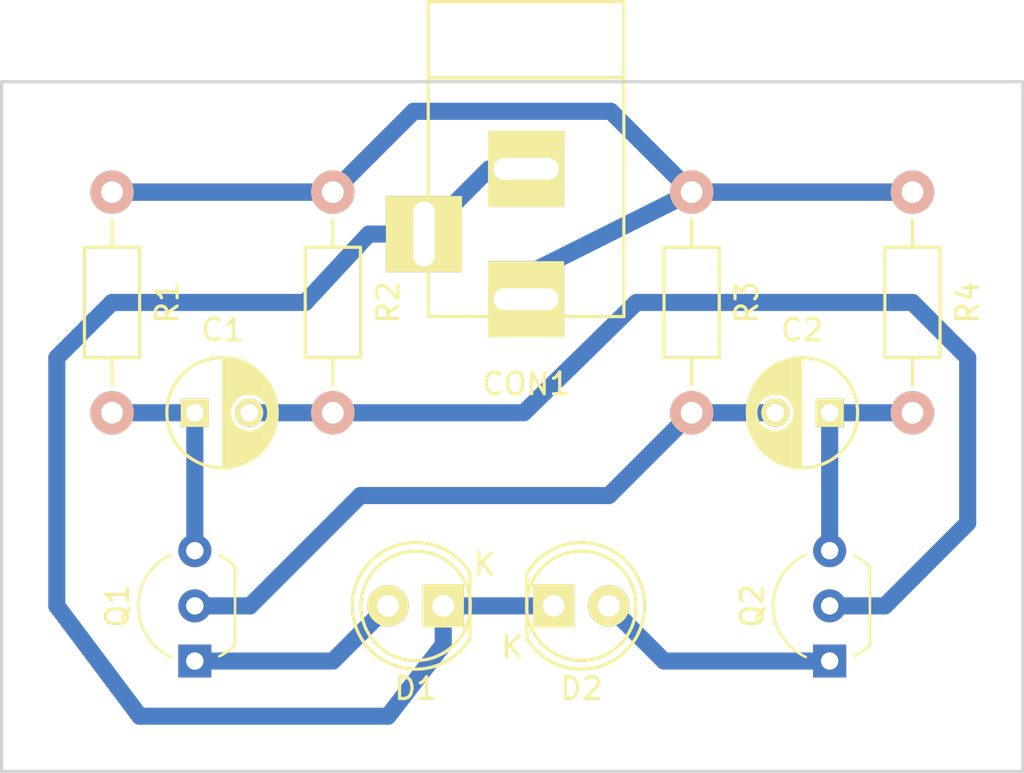
<source format=kicad_pcb>
(kicad_pcb (version 4) (host pcbnew 4.0.4+e1-6308~48~ubuntu14.04.1-stable)

  (general
    (links 17)
    (no_connects 0)
    (area 77.394999 55.416379 124.535001 91.515001)
    (thickness 1.6)
    (drawings 4)
    (tracks 42)
    (zones 0)
    (modules 11)
    (nets 9)
  )

  (page A4)
  (layers
    (0 F.Cu signal)
    (31 B.Cu signal)
    (33 F.Adhes user)
    (35 F.Paste user)
    (37 F.SilkS user)
    (39 F.Mask user)
    (44 Edge.Cuts user)
    (45 Margin user)
    (47 F.CrtYd user)
    (49 F.Fab user)
  )

  (setup
    (last_trace_width 0.7874)
    (trace_clearance 0.508)
    (zone_clearance 0.508)
    (zone_45_only no)
    (trace_min 0.254)
    (segment_width 0.2)
    (edge_width 0.15)
    (via_size 0.6)
    (via_drill 0.4)
    (via_min_size 0.4)
    (via_min_drill 0.3)
    (uvia_size 0.3)
    (uvia_drill 0.1)
    (uvias_allowed no)
    (uvia_min_size 0)
    (uvia_min_drill 0)
    (pcb_text_width 0.3)
    (pcb_text_size 1.5 1.5)
    (mod_edge_width 0.15)
    (mod_text_size 1 1)
    (mod_text_width 0.15)
    (pad_size 1.524 1.524)
    (pad_drill 0.762)
    (pad_to_mask_clearance 0.2)
    (aux_axis_origin 0 0)
    (visible_elements FFFFFF7F)
    (pcbplotparams
      (layerselection 0x01020_80000000)
      (usegerberextensions false)
      (excludeedgelayer true)
      (linewidth 0.100000)
      (plotframeref false)
      (viasonmask false)
      (mode 1)
      (useauxorigin false)
      (hpglpennumber 1)
      (hpglpenspeed 20)
      (hpglpendiameter 15)
      (hpglpenoverlay 2)
      (psnegative false)
      (psa4output false)
      (plotreference true)
      (plotvalue true)
      (plotinvisibletext false)
      (padsonsilk false)
      (subtractmaskfromsilk false)
      (outputformat 1)
      (mirror false)
      (drillshape 0)
      (scaleselection 1)
      (outputdirectory svg/))
  )

  (net 0 "")
  (net 1 "Net-(C1-Pad2)")
  (net 2 "Net-(C1-Pad1)")
  (net 3 "Net-(C2-Pad2)")
  (net 4 "Net-(C2-Pad1)")
  (net 5 GND)
  (net 6 "Net-(D1-Pad2)")
  (net 7 "Net-(D2-Pad2)")
  (net 8 VCC)

  (net_class Default "This is the default net class."
    (clearance 0.508)
    (trace_width 0.7874)
    (via_dia 0.6)
    (via_drill 0.4)
    (uvia_dia 0.3)
    (uvia_drill 0.1)
    (add_net GND)
    (add_net "Net-(C1-Pad1)")
    (add_net "Net-(C1-Pad2)")
    (add_net "Net-(C2-Pad1)")
    (add_net "Net-(C2-Pad2)")
    (add_net "Net-(D1-Pad2)")
    (add_net "Net-(D2-Pad2)")
    (add_net VCC)
  )

  (module Connect:BARREL_JACK (layer F.Cu) (tedit 0) (tstamp 57D02E77)
    (at 101.6 63.5 270)
    (descr "DC Barrel Jack")
    (tags "Power Jack")
    (path /57D02787)
    (fp_text reference CON1 (at 10.09904 0 360) (layer F.SilkS)
      (effects (font (size 1 1) (thickness 0.15)))
    )
    (fp_text value BARREL_JACK (at 0 -5.99948 270) (layer F.Fab)
      (effects (font (size 1 1) (thickness 0.15)))
    )
    (fp_line (start -4.0005 -4.50088) (end -4.0005 4.50088) (layer F.SilkS) (width 0.15))
    (fp_line (start -7.50062 -4.50088) (end -7.50062 4.50088) (layer F.SilkS) (width 0.15))
    (fp_line (start -7.50062 4.50088) (end 7.00024 4.50088) (layer F.SilkS) (width 0.15))
    (fp_line (start 7.00024 4.50088) (end 7.00024 -4.50088) (layer F.SilkS) (width 0.15))
    (fp_line (start 7.00024 -4.50088) (end -7.50062 -4.50088) (layer F.SilkS) (width 0.15))
    (pad 1 thru_hole rect (at 6.20014 0 270) (size 3.50012 3.50012) (drill oval 1.00076 2.99974) (layers *.Cu *.Mask F.SilkS)
      (net 8 VCC))
    (pad 2 thru_hole rect (at 0.20066 0 270) (size 3.50012 3.50012) (drill oval 1.00076 2.99974) (layers *.Cu *.Mask F.SilkS)
      (net 5 GND))
    (pad 3 thru_hole rect (at 3.2004 4.699 270) (size 3.50012 3.50012) (drill oval 2.99974 1.00076) (layers *.Cu *.Mask F.SilkS)
      (net 5 GND))
  )

  (module LEDs:LED-5MM (layer F.Cu) (tedit 5913071D) (tstamp 57D01A1F)
    (at 97.79 83.82 180)
    (descr "LED 5mm round vertical")
    (tags "LED 5mm round vertical")
    (path /57D0111A)
    (fp_text reference D1 (at 1.27 -3.81 180) (layer F.SilkS)
      (effects (font (size 1 1) (thickness 0.15)))
    )
    (fp_text value LED (at 1.27 3.81 180) (layer F.Fab)
      (effects (font (size 1 1) (thickness 0.15)))
    )
    (fp_line (start -1.5 -1.55) (end -1.5 1.55) (layer F.CrtYd) (width 0.05))
    (fp_arc (start 1.3 0) (end -1.5 1.55) (angle -302) (layer F.CrtYd) (width 0.05))
    (fp_arc (start 1.27 0) (end -1.23 -1.5) (angle 297.5) (layer F.SilkS) (width 0.15))
    (fp_line (start -1.23 1.5) (end -1.23 -1.5) (layer F.SilkS) (width 0.15))
    (fp_circle (center 1.27 0) (end 0.97 -2.5) (layer F.SilkS) (width 0.15))
    (fp_text user K (at -1.905 1.905 180) (layer F.SilkS)
      (effects (font (size 1 1) (thickness 0.15)))
    )
    (pad 1 thru_hole rect (at 0 0 270) (size 2 1.9) (drill 1.00076) (layers *.Cu *.Mask F.SilkS)
      (net 5 GND))
    (pad 2 thru_hole circle (at 2.54 0 180) (size 1.9 1.9) (drill 1.00076) (layers *.Cu *.Mask F.SilkS)
      (net 6 "Net-(D1-Pad2)"))
    (model LEDs.3dshapes/LED-5MM.wrl
      (at (xyz 0.05 0 0))
      (scale (xyz 1 1 1))
      (rotate (xyz 0 0 90))
    )
  )

  (module LEDs:LED-5MM (layer F.Cu) (tedit 59130719) (tstamp 57D01A25)
    (at 102.87 83.82)
    (descr "LED 5mm round vertical")
    (tags "LED 5mm round vertical")
    (path /57D0105D)
    (fp_text reference D2 (at 1.27 3.81) (layer F.SilkS)
      (effects (font (size 1 1) (thickness 0.15)))
    )
    (fp_text value LED (at 1.524 -3.937) (layer F.Fab)
      (effects (font (size 1 1) (thickness 0.15)))
    )
    (fp_line (start -1.5 -1.55) (end -1.5 1.55) (layer F.CrtYd) (width 0.05))
    (fp_arc (start 1.3 0) (end -1.5 1.55) (angle -302) (layer F.CrtYd) (width 0.05))
    (fp_arc (start 1.27 0) (end -1.23 -1.5) (angle 297.5) (layer F.SilkS) (width 0.15))
    (fp_line (start -1.23 1.5) (end -1.23 -1.5) (layer F.SilkS) (width 0.15))
    (fp_circle (center 1.27 0) (end 0.97 -2.5) (layer F.SilkS) (width 0.15))
    (fp_text user K (at -1.905 1.905) (layer F.SilkS)
      (effects (font (size 1 1) (thickness 0.15)))
    )
    (pad 1 thru_hole rect (at 0 0 90) (size 2 1.9) (drill 1.00076) (layers *.Cu *.Mask F.SilkS)
      (net 5 GND))
    (pad 2 thru_hole circle (at 2.54 0) (size 1.9 1.9) (drill 1.00076) (layers *.Cu *.Mask F.SilkS)
      (net 7 "Net-(D2-Pad2)"))
    (model LEDs.3dshapes/LED-5MM.wrl
      (at (xyz 0.05 0 0))
      (scale (xyz 1 1 1))
      (rotate (xyz 0 0 90))
    )
  )

  (module Capacitors_ThroughHole:C_Radial_D5_L6_P2.5 (layer F.Cu) (tedit 59130736) (tstamp 57D02E67)
    (at 86.36 74.93)
    (descr "Radial Electrolytic Capacitor Diameter 5mm x Length 6mm, Pitch 2.5mm")
    (tags "Electrolytic Capacitor")
    (path /57D00DB4)
    (fp_text reference C1 (at 1.27 -3.81) (layer F.SilkS)
      (effects (font (size 1 1) (thickness 0.15)))
    )
    (fp_text value 10uF (at 1.25 3.8) (layer F.Fab)
      (effects (font (size 1 1) (thickness 0.15)))
    )
    (fp_line (start 1.325 -2.499) (end 1.325 2.499) (layer F.SilkS) (width 0.15))
    (fp_line (start 1.465 -2.491) (end 1.465 2.491) (layer F.SilkS) (width 0.15))
    (fp_line (start 1.605 -2.475) (end 1.605 -0.095) (layer F.SilkS) (width 0.15))
    (fp_line (start 1.605 0.095) (end 1.605 2.475) (layer F.SilkS) (width 0.15))
    (fp_line (start 1.745 -2.451) (end 1.745 -0.49) (layer F.SilkS) (width 0.15))
    (fp_line (start 1.745 0.49) (end 1.745 2.451) (layer F.SilkS) (width 0.15))
    (fp_line (start 1.885 -2.418) (end 1.885 -0.657) (layer F.SilkS) (width 0.15))
    (fp_line (start 1.885 0.657) (end 1.885 2.418) (layer F.SilkS) (width 0.15))
    (fp_line (start 2.025 -2.377) (end 2.025 -0.764) (layer F.SilkS) (width 0.15))
    (fp_line (start 2.025 0.764) (end 2.025 2.377) (layer F.SilkS) (width 0.15))
    (fp_line (start 2.165 -2.327) (end 2.165 -0.835) (layer F.SilkS) (width 0.15))
    (fp_line (start 2.165 0.835) (end 2.165 2.327) (layer F.SilkS) (width 0.15))
    (fp_line (start 2.305 -2.266) (end 2.305 -0.879) (layer F.SilkS) (width 0.15))
    (fp_line (start 2.305 0.879) (end 2.305 2.266) (layer F.SilkS) (width 0.15))
    (fp_line (start 2.445 -2.196) (end 2.445 -0.898) (layer F.SilkS) (width 0.15))
    (fp_line (start 2.445 0.898) (end 2.445 2.196) (layer F.SilkS) (width 0.15))
    (fp_line (start 2.585 -2.114) (end 2.585 -0.896) (layer F.SilkS) (width 0.15))
    (fp_line (start 2.585 0.896) (end 2.585 2.114) (layer F.SilkS) (width 0.15))
    (fp_line (start 2.725 -2.019) (end 2.725 -0.871) (layer F.SilkS) (width 0.15))
    (fp_line (start 2.725 0.871) (end 2.725 2.019) (layer F.SilkS) (width 0.15))
    (fp_line (start 2.865 -1.908) (end 2.865 -0.823) (layer F.SilkS) (width 0.15))
    (fp_line (start 2.865 0.823) (end 2.865 1.908) (layer F.SilkS) (width 0.15))
    (fp_line (start 3.005 -1.78) (end 3.005 -0.745) (layer F.SilkS) (width 0.15))
    (fp_line (start 3.005 0.745) (end 3.005 1.78) (layer F.SilkS) (width 0.15))
    (fp_line (start 3.145 -1.631) (end 3.145 -0.628) (layer F.SilkS) (width 0.15))
    (fp_line (start 3.145 0.628) (end 3.145 1.631) (layer F.SilkS) (width 0.15))
    (fp_line (start 3.285 -1.452) (end 3.285 -0.44) (layer F.SilkS) (width 0.15))
    (fp_line (start 3.285 0.44) (end 3.285 1.452) (layer F.SilkS) (width 0.15))
    (fp_line (start 3.425 -1.233) (end 3.425 1.233) (layer F.SilkS) (width 0.15))
    (fp_line (start 3.565 -0.944) (end 3.565 0.944) (layer F.SilkS) (width 0.15))
    (fp_line (start 3.705 -0.472) (end 3.705 0.472) (layer F.SilkS) (width 0.15))
    (fp_circle (center 2.5 0) (end 2.5 -0.9) (layer F.SilkS) (width 0.15))
    (fp_circle (center 1.25 0) (end 1.25 -2.5375) (layer F.SilkS) (width 0.15))
    (fp_circle (center 1.25 0) (end 1.25 -2.8) (layer F.CrtYd) (width 0.05))
    (pad 1 thru_hole rect (at 0 0) (size 1.3 1.3) (drill 0.8) (layers *.Cu *.Mask F.SilkS)
      (net 2 "Net-(C1-Pad1)"))
    (pad 2 thru_hole circle (at 2.5 0) (size 1.3 1.3) (drill 0.8) (layers *.Cu *.Mask F.SilkS)
      (net 1 "Net-(C1-Pad2)"))
    (model Capacitors_ThroughHole.3dshapes/C_Radial_D5_L6_P2.5.wrl
      (at (xyz 0.0492126 0 0))
      (scale (xyz 1 1 1))
      (rotate (xyz 0 0 90))
    )
  )

  (module Capacitors_ThroughHole:C_Radial_D5_L6_P2.5 (layer F.Cu) (tedit 59130731) (tstamp 57D02E6C)
    (at 115.57 74.93 180)
    (descr "Radial Electrolytic Capacitor Diameter 5mm x Length 6mm, Pitch 2.5mm")
    (tags "Electrolytic Capacitor")
    (path /57D00DFE)
    (fp_text reference C2 (at 1.27 3.81 180) (layer F.SilkS)
      (effects (font (size 1 1) (thickness 0.15)))
    )
    (fp_text value 10uF (at 1.27 -3.81 180) (layer F.Fab)
      (effects (font (size 1 1) (thickness 0.15)))
    )
    (fp_line (start 1.325 -2.499) (end 1.325 2.499) (layer F.SilkS) (width 0.15))
    (fp_line (start 1.465 -2.491) (end 1.465 2.491) (layer F.SilkS) (width 0.15))
    (fp_line (start 1.605 -2.475) (end 1.605 -0.095) (layer F.SilkS) (width 0.15))
    (fp_line (start 1.605 0.095) (end 1.605 2.475) (layer F.SilkS) (width 0.15))
    (fp_line (start 1.745 -2.451) (end 1.745 -0.49) (layer F.SilkS) (width 0.15))
    (fp_line (start 1.745 0.49) (end 1.745 2.451) (layer F.SilkS) (width 0.15))
    (fp_line (start 1.885 -2.418) (end 1.885 -0.657) (layer F.SilkS) (width 0.15))
    (fp_line (start 1.885 0.657) (end 1.885 2.418) (layer F.SilkS) (width 0.15))
    (fp_line (start 2.025 -2.377) (end 2.025 -0.764) (layer F.SilkS) (width 0.15))
    (fp_line (start 2.025 0.764) (end 2.025 2.377) (layer F.SilkS) (width 0.15))
    (fp_line (start 2.165 -2.327) (end 2.165 -0.835) (layer F.SilkS) (width 0.15))
    (fp_line (start 2.165 0.835) (end 2.165 2.327) (layer F.SilkS) (width 0.15))
    (fp_line (start 2.305 -2.266) (end 2.305 -0.879) (layer F.SilkS) (width 0.15))
    (fp_line (start 2.305 0.879) (end 2.305 2.266) (layer F.SilkS) (width 0.15))
    (fp_line (start 2.445 -2.196) (end 2.445 -0.898) (layer F.SilkS) (width 0.15))
    (fp_line (start 2.445 0.898) (end 2.445 2.196) (layer F.SilkS) (width 0.15))
    (fp_line (start 2.585 -2.114) (end 2.585 -0.896) (layer F.SilkS) (width 0.15))
    (fp_line (start 2.585 0.896) (end 2.585 2.114) (layer F.SilkS) (width 0.15))
    (fp_line (start 2.725 -2.019) (end 2.725 -0.871) (layer F.SilkS) (width 0.15))
    (fp_line (start 2.725 0.871) (end 2.725 2.019) (layer F.SilkS) (width 0.15))
    (fp_line (start 2.865 -1.908) (end 2.865 -0.823) (layer F.SilkS) (width 0.15))
    (fp_line (start 2.865 0.823) (end 2.865 1.908) (layer F.SilkS) (width 0.15))
    (fp_line (start 3.005 -1.78) (end 3.005 -0.745) (layer F.SilkS) (width 0.15))
    (fp_line (start 3.005 0.745) (end 3.005 1.78) (layer F.SilkS) (width 0.15))
    (fp_line (start 3.145 -1.631) (end 3.145 -0.628) (layer F.SilkS) (width 0.15))
    (fp_line (start 3.145 0.628) (end 3.145 1.631) (layer F.SilkS) (width 0.15))
    (fp_line (start 3.285 -1.452) (end 3.285 -0.44) (layer F.SilkS) (width 0.15))
    (fp_line (start 3.285 0.44) (end 3.285 1.452) (layer F.SilkS) (width 0.15))
    (fp_line (start 3.425 -1.233) (end 3.425 1.233) (layer F.SilkS) (width 0.15))
    (fp_line (start 3.565 -0.944) (end 3.565 0.944) (layer F.SilkS) (width 0.15))
    (fp_line (start 3.705 -0.472) (end 3.705 0.472) (layer F.SilkS) (width 0.15))
    (fp_circle (center 2.5 0) (end 2.5 -0.9) (layer F.SilkS) (width 0.15))
    (fp_circle (center 1.25 0) (end 1.25 -2.5375) (layer F.SilkS) (width 0.15))
    (fp_circle (center 1.25 0) (end 1.25 -2.8) (layer F.CrtYd) (width 0.05))
    (pad 1 thru_hole rect (at 0 0 180) (size 1.3 1.3) (drill 0.8) (layers *.Cu *.Mask F.SilkS)
      (net 4 "Net-(C2-Pad1)"))
    (pad 2 thru_hole circle (at 2.5 0 180) (size 1.3 1.3) (drill 0.8) (layers *.Cu *.Mask F.SilkS)
      (net 3 "Net-(C2-Pad2)"))
    (model Capacitors_ThroughHole.3dshapes/C_Radial_D5_L6_P2.5.wrl
      (at (xyz 0.0492126 0 0))
      (scale (xyz 1 1 1))
      (rotate (xyz 0 0 90))
    )
  )

  (module Resistors_ThroughHole:Resistor_Horizontal_RM10mm (layer F.Cu) (tedit 591306CB) (tstamp 57D01A4B)
    (at 119.38 64.77 270)
    (descr "Resistor, Axial,  RM 10mm, 1/3W")
    (tags "Resistor Axial RM 10mm 1/3W")
    (path /57D00D18)
    (fp_text reference R4 (at 5.08 -2.54 270) (layer F.SilkS)
      (effects (font (size 1 1) (thickness 0.15)))
    )
    (fp_text value 330 (at 5.08 3.81 270) (layer F.Fab)
      (effects (font (size 1 1) (thickness 0.15)))
    )
    (fp_line (start -1.25 -1.5) (end 11.4 -1.5) (layer F.CrtYd) (width 0.05))
    (fp_line (start -1.25 1.5) (end -1.25 -1.5) (layer F.CrtYd) (width 0.05))
    (fp_line (start 11.4 -1.5) (end 11.4 1.5) (layer F.CrtYd) (width 0.05))
    (fp_line (start -1.25 1.5) (end 11.4 1.5) (layer F.CrtYd) (width 0.05))
    (fp_line (start 2.54 -1.27) (end 7.62 -1.27) (layer F.SilkS) (width 0.15))
    (fp_line (start 7.62 -1.27) (end 7.62 1.27) (layer F.SilkS) (width 0.15))
    (fp_line (start 7.62 1.27) (end 2.54 1.27) (layer F.SilkS) (width 0.15))
    (fp_line (start 2.54 1.27) (end 2.54 -1.27) (layer F.SilkS) (width 0.15))
    (fp_line (start 2.54 0) (end 1.27 0) (layer F.SilkS) (width 0.15))
    (fp_line (start 7.62 0) (end 8.89 0) (layer F.SilkS) (width 0.15))
    (pad 1 thru_hole circle (at 0 0 270) (size 1.99898 1.99898) (drill 1.00076) (layers *.Cu *.SilkS *.Mask)
      (net 8 VCC))
    (pad 2 thru_hole circle (at 10.16 0 270) (size 1.99898 1.99898) (drill 1.00076) (layers *.Cu *.SilkS *.Mask)
      (net 4 "Net-(C2-Pad1)"))
    (model Resistors_ThroughHole.3dshapes/Resistor_Horizontal_RM10mm.wrl
      (at (xyz 0.2 0 0))
      (scale (xyz 0.4 0.4 0.4))
      (rotate (xyz 0 0 0))
    )
  )

  (module Resistors_ThroughHole:Resistor_Horizontal_RM10mm (layer F.Cu) (tedit 591306D7) (tstamp 57D01A45)
    (at 109.22 64.77 270)
    (descr "Resistor, Axial,  RM 10mm, 1/3W")
    (tags "Resistor Axial RM 10mm 1/3W")
    (path /57D00CB3)
    (fp_text reference R3 (at 5.08 -2.54 270) (layer F.SilkS)
      (effects (font (size 1 1) (thickness 0.15)))
    )
    (fp_text value 10k (at 5.08 3.81 270) (layer F.Fab)
      (effects (font (size 1 1) (thickness 0.15)))
    )
    (fp_line (start -1.25 -1.5) (end 11.4 -1.5) (layer F.CrtYd) (width 0.05))
    (fp_line (start -1.25 1.5) (end -1.25 -1.5) (layer F.CrtYd) (width 0.05))
    (fp_line (start 11.4 -1.5) (end 11.4 1.5) (layer F.CrtYd) (width 0.05))
    (fp_line (start -1.25 1.5) (end 11.4 1.5) (layer F.CrtYd) (width 0.05))
    (fp_line (start 2.54 -1.27) (end 7.62 -1.27) (layer F.SilkS) (width 0.15))
    (fp_line (start 7.62 -1.27) (end 7.62 1.27) (layer F.SilkS) (width 0.15))
    (fp_line (start 7.62 1.27) (end 2.54 1.27) (layer F.SilkS) (width 0.15))
    (fp_line (start 2.54 1.27) (end 2.54 -1.27) (layer F.SilkS) (width 0.15))
    (fp_line (start 2.54 0) (end 1.27 0) (layer F.SilkS) (width 0.15))
    (fp_line (start 7.62 0) (end 8.89 0) (layer F.SilkS) (width 0.15))
    (pad 1 thru_hole circle (at 0 0 270) (size 1.99898 1.99898) (drill 1.00076) (layers *.Cu *.SilkS *.Mask)
      (net 8 VCC))
    (pad 2 thru_hole circle (at 10.16 0 270) (size 1.99898 1.99898) (drill 1.00076) (layers *.Cu *.SilkS *.Mask)
      (net 3 "Net-(C2-Pad2)"))
    (model Resistors_ThroughHole.3dshapes/Resistor_Horizontal_RM10mm.wrl
      (at (xyz 0.2 0 0))
      (scale (xyz 0.4 0.4 0.4))
      (rotate (xyz 0 0 0))
    )
  )

  (module Resistors_ThroughHole:Resistor_Horizontal_RM10mm (layer F.Cu) (tedit 591306EE) (tstamp 57D01A3F)
    (at 92.71 64.77 270)
    (descr "Resistor, Axial,  RM 10mm, 1/3W")
    (tags "Resistor Axial RM 10mm 1/3W")
    (path /57D00C34)
    (fp_text reference R2 (at 5.08 -2.54 270) (layer F.SilkS)
      (effects (font (size 1 1) (thickness 0.15)))
    )
    (fp_text value 10k (at 5.08 3.81 270) (layer F.Fab)
      (effects (font (size 1 1) (thickness 0.15)))
    )
    (fp_line (start -1.25 -1.5) (end 11.4 -1.5) (layer F.CrtYd) (width 0.05))
    (fp_line (start -1.25 1.5) (end -1.25 -1.5) (layer F.CrtYd) (width 0.05))
    (fp_line (start 11.4 -1.5) (end 11.4 1.5) (layer F.CrtYd) (width 0.05))
    (fp_line (start -1.25 1.5) (end 11.4 1.5) (layer F.CrtYd) (width 0.05))
    (fp_line (start 2.54 -1.27) (end 7.62 -1.27) (layer F.SilkS) (width 0.15))
    (fp_line (start 7.62 -1.27) (end 7.62 1.27) (layer F.SilkS) (width 0.15))
    (fp_line (start 7.62 1.27) (end 2.54 1.27) (layer F.SilkS) (width 0.15))
    (fp_line (start 2.54 1.27) (end 2.54 -1.27) (layer F.SilkS) (width 0.15))
    (fp_line (start 2.54 0) (end 1.27 0) (layer F.SilkS) (width 0.15))
    (fp_line (start 7.62 0) (end 8.89 0) (layer F.SilkS) (width 0.15))
    (pad 1 thru_hole circle (at 0 0 270) (size 1.99898 1.99898) (drill 1.00076) (layers *.Cu *.SilkS *.Mask)
      (net 8 VCC))
    (pad 2 thru_hole circle (at 10.16 0 270) (size 1.99898 1.99898) (drill 1.00076) (layers *.Cu *.SilkS *.Mask)
      (net 1 "Net-(C1-Pad2)"))
    (model Resistors_ThroughHole.3dshapes/Resistor_Horizontal_RM10mm.wrl
      (at (xyz 0.2 0 0))
      (scale (xyz 0.4 0.4 0.4))
      (rotate (xyz 0 0 0))
    )
  )

  (module Resistors_ThroughHole:Resistor_Horizontal_RM10mm (layer F.Cu) (tedit 591306F9) (tstamp 57D01A39)
    (at 82.55 64.77 270)
    (descr "Resistor, Axial,  RM 10mm, 1/3W")
    (tags "Resistor Axial RM 10mm 1/3W")
    (path /57D00A5E)
    (fp_text reference R1 (at 5.08 -2.54 270) (layer F.SilkS)
      (effects (font (size 1 1) (thickness 0.15)))
    )
    (fp_text value 330 (at 5.08 3.81 270) (layer F.Fab)
      (effects (font (size 1 1) (thickness 0.15)))
    )
    (fp_line (start -1.25 -1.5) (end 11.4 -1.5) (layer F.CrtYd) (width 0.05))
    (fp_line (start -1.25 1.5) (end -1.25 -1.5) (layer F.CrtYd) (width 0.05))
    (fp_line (start 11.4 -1.5) (end 11.4 1.5) (layer F.CrtYd) (width 0.05))
    (fp_line (start -1.25 1.5) (end 11.4 1.5) (layer F.CrtYd) (width 0.05))
    (fp_line (start 2.54 -1.27) (end 7.62 -1.27) (layer F.SilkS) (width 0.15))
    (fp_line (start 7.62 -1.27) (end 7.62 1.27) (layer F.SilkS) (width 0.15))
    (fp_line (start 7.62 1.27) (end 2.54 1.27) (layer F.SilkS) (width 0.15))
    (fp_line (start 2.54 1.27) (end 2.54 -1.27) (layer F.SilkS) (width 0.15))
    (fp_line (start 2.54 0) (end 1.27 0) (layer F.SilkS) (width 0.15))
    (fp_line (start 7.62 0) (end 8.89 0) (layer F.SilkS) (width 0.15))
    (pad 1 thru_hole circle (at 0 0 270) (size 1.99898 1.99898) (drill 1.00076) (layers *.Cu *.SilkS *.Mask)
      (net 8 VCC))
    (pad 2 thru_hole circle (at 10.16 0 270) (size 1.99898 1.99898) (drill 1.00076) (layers *.Cu *.SilkS *.Mask)
      (net 2 "Net-(C1-Pad1)"))
    (model Resistors_ThroughHole.3dshapes/Resistor_Horizontal_RM10mm.wrl
      (at (xyz 0.2 0 0))
      (scale (xyz 0.4 0.4 0.4))
      (rotate (xyz 0 0 0))
    )
  )

  (module TO_SOT_Packages_THT:TO-92_Inline_Wide (layer F.Cu) (tedit 58CE52AF) (tstamp 5913344D)
    (at 86.36 86.36 90)
    (descr "TO-92 leads in-line, wide, drill 0.8mm (see NXP sot054_po.pdf)")
    (tags "to-92 sc-43 sc-43a sot54 PA33 transistor")
    (path /57D00F4C)
    (fp_text reference Q1 (at 2.54 -3.56 270) (layer F.SilkS)
      (effects (font (size 1 1) (thickness 0.15)))
    )
    (fp_text value Q_NPN_EBC (at 2.54 2.79 90) (layer F.Fab)
      (effects (font (size 1 1) (thickness 0.15)))
    )
    (fp_text user %R (at 2.54 -3.56 270) (layer F.Fab)
      (effects (font (size 1 1) (thickness 0.15)))
    )
    (fp_line (start 0.74 1.85) (end 4.34 1.85) (layer F.SilkS) (width 0.12))
    (fp_line (start 0.8 1.75) (end 4.3 1.75) (layer F.Fab) (width 0.1))
    (fp_line (start -1.01 -2.73) (end 6.09 -2.73) (layer F.CrtYd) (width 0.05))
    (fp_line (start -1.01 -2.73) (end -1.01 2.01) (layer F.CrtYd) (width 0.05))
    (fp_line (start 6.09 2.01) (end 6.09 -2.73) (layer F.CrtYd) (width 0.05))
    (fp_line (start 6.09 2.01) (end -1.01 2.01) (layer F.CrtYd) (width 0.05))
    (fp_arc (start 2.54 0) (end 0.74 1.85) (angle 20) (layer F.SilkS) (width 0.12))
    (fp_arc (start 2.54 0) (end 2.54 -2.6) (angle -65) (layer F.SilkS) (width 0.12))
    (fp_arc (start 2.54 0) (end 2.54 -2.6) (angle 65) (layer F.SilkS) (width 0.12))
    (fp_arc (start 2.54 0) (end 2.54 -2.48) (angle 135) (layer F.Fab) (width 0.1))
    (fp_arc (start 2.54 0) (end 2.54 -2.48) (angle -135) (layer F.Fab) (width 0.1))
    (fp_arc (start 2.54 0) (end 4.34 1.85) (angle -20) (layer F.SilkS) (width 0.12))
    (pad 2 thru_hole circle (at 2.54 0 180) (size 1.52 1.52) (drill 0.8) (layers *.Cu *.Mask)
      (net 3 "Net-(C2-Pad2)"))
    (pad 3 thru_hole circle (at 5.08 0 180) (size 1.52 1.52) (drill 0.8) (layers *.Cu *.Mask)
      (net 2 "Net-(C1-Pad1)"))
    (pad 1 thru_hole rect (at 0 0 180) (size 1.52 1.52) (drill 0.8) (layers *.Cu *.Mask)
      (net 6 "Net-(D1-Pad2)"))
    (model ${KISYS3DMOD}/TO_SOT_Packages_THT.3dshapes/TO-92_Inline_Wide.wrl
      (at (xyz 0.1 0 0))
      (scale (xyz 1 1 1))
      (rotate (xyz 0 0 -90))
    )
  )

  (module TO_SOT_Packages_THT:TO-92_Inline_Wide (layer F.Cu) (tedit 58CE52AF) (tstamp 59133453)
    (at 115.57 86.36 90)
    (descr "TO-92 leads in-line, wide, drill 0.8mm (see NXP sot054_po.pdf)")
    (tags "to-92 sc-43 sc-43a sot54 PA33 transistor")
    (path /57D00F94)
    (fp_text reference Q2 (at 2.54 -3.56 270) (layer F.SilkS)
      (effects (font (size 1 1) (thickness 0.15)))
    )
    (fp_text value Q_NPN_EBC (at 2.54 2.79 90) (layer F.Fab)
      (effects (font (size 1 1) (thickness 0.15)))
    )
    (fp_text user %R (at 2.54 -3.56 270) (layer F.Fab)
      (effects (font (size 1 1) (thickness 0.15)))
    )
    (fp_line (start 0.74 1.85) (end 4.34 1.85) (layer F.SilkS) (width 0.12))
    (fp_line (start 0.8 1.75) (end 4.3 1.75) (layer F.Fab) (width 0.1))
    (fp_line (start -1.01 -2.73) (end 6.09 -2.73) (layer F.CrtYd) (width 0.05))
    (fp_line (start -1.01 -2.73) (end -1.01 2.01) (layer F.CrtYd) (width 0.05))
    (fp_line (start 6.09 2.01) (end 6.09 -2.73) (layer F.CrtYd) (width 0.05))
    (fp_line (start 6.09 2.01) (end -1.01 2.01) (layer F.CrtYd) (width 0.05))
    (fp_arc (start 2.54 0) (end 0.74 1.85) (angle 20) (layer F.SilkS) (width 0.12))
    (fp_arc (start 2.54 0) (end 2.54 -2.6) (angle -65) (layer F.SilkS) (width 0.12))
    (fp_arc (start 2.54 0) (end 2.54 -2.6) (angle 65) (layer F.SilkS) (width 0.12))
    (fp_arc (start 2.54 0) (end 2.54 -2.48) (angle 135) (layer F.Fab) (width 0.1))
    (fp_arc (start 2.54 0) (end 2.54 -2.48) (angle -135) (layer F.Fab) (width 0.1))
    (fp_arc (start 2.54 0) (end 4.34 1.85) (angle -20) (layer F.SilkS) (width 0.12))
    (pad 2 thru_hole circle (at 2.54 0 180) (size 1.52 1.52) (drill 0.8) (layers *.Cu *.Mask)
      (net 1 "Net-(C1-Pad2)"))
    (pad 3 thru_hole circle (at 5.08 0 180) (size 1.52 1.52) (drill 0.8) (layers *.Cu *.Mask)
      (net 4 "Net-(C2-Pad1)"))
    (pad 1 thru_hole rect (at 0 0 180) (size 1.52 1.52) (drill 0.8) (layers *.Cu *.Mask)
      (net 7 "Net-(D2-Pad2)"))
    (model ${KISYS3DMOD}/TO_SOT_Packages_THT.3dshapes/TO-92_Inline_Wide.wrl
      (at (xyz 0.1 0 0))
      (scale (xyz 1 1 1))
      (rotate (xyz 0 0 -90))
    )
  )

  (gr_line (start 77.47 91.44) (end 124.46 91.44) (angle 90) (layer Edge.Cuts) (width 0.15))
  (gr_line (start 124.46 59.69) (end 77.47 59.69) (angle 90) (layer Edge.Cuts) (width 0.15))
  (gr_line (start 77.47 91.44) (end 77.47 59.69) (angle 90) (layer Edge.Cuts) (width 0.15))
  (gr_line (start 124.46 59.69) (end 124.46 91.44) (angle 90) (layer Edge.Cuts) (width 0.15))

  (segment (start 92.71 74.93) (end 88.86 74.93) (width 0.7874) (layer B.Cu) (net 1))
  (segment (start 106.68 69.85) (end 119.38 69.85) (width 0.7874) (layer B.Cu) (net 1))
  (segment (start 101.493322 74.93) (end 94.123492 74.93) (width 0.7874) (layer B.Cu) (net 1))
  (segment (start 106.68 69.85) (end 101.493322 74.93) (width 0.7874) (layer B.Cu) (net 1))
  (segment (start 92.71 74.93) (end 94.123492 74.93) (width 0.7874) (layer B.Cu) (net 1))
  (segment (start 118.11 83.82) (end 115.57 83.82) (width 0.7874) (layer B.Cu) (net 1) (tstamp 59133466) (status 20))
  (segment (start 121.92 80.01) (end 118.11 83.82) (width 0.7874) (layer B.Cu) (net 1) (tstamp 59133464))
  (segment (start 121.92 72.39) (end 121.92 80.01) (width 0.7874) (layer B.Cu) (net 1) (tstamp 59133463))
  (segment (start 119.38 69.85) (end 121.92 72.39) (width 0.7874) (layer B.Cu) (net 1) (tstamp 59133462))
  (segment (start 82.55 74.93) (end 86.36 74.93) (width 0.7874) (layer B.Cu) (net 2))
  (segment (start 86.36 74.93) (end 86.36 81.28) (width 0.7874) (layer B.Cu) (net 2) (status 10))
  (segment (start 109.22 74.93) (end 105.41 78.74) (width 0.7874) (layer B.Cu) (net 3))
  (segment (start 105.41 78.74) (end 93.98 78.74) (width 0.7874) (layer B.Cu) (net 3) (tstamp 59133529))
  (segment (start 93.98 78.74) (end 88.9 83.82) (width 0.7874) (layer B.Cu) (net 3) (tstamp 59133534))
  (segment (start 88.9 83.82) (end 86.36 83.82) (width 0.7874) (layer B.Cu) (net 3) (tstamp 5913353E))
  (segment (start 113.07 74.93) (end 109.22 74.93) (width 0.7874) (layer B.Cu) (net 3))
  (segment (start 119.38 74.93) (end 115.57 74.93) (width 0.7874) (layer B.Cu) (net 4))
  (segment (start 115.57 74.93) (end 115.57 81.28) (width 0.7874) (layer B.Cu) (net 4) (status 10))
  (segment (start 101.6 63.70066) (end 99.90074 63.70066) (width 0.7874) (layer B.Cu) (net 5))
  (segment (start 99.90074 63.70066) (end 96.901 66.7004) (width 0.7874) (layer B.Cu) (net 5) (tstamp 59133834))
  (segment (start 97.79 83.82) (end 102.87 83.82) (width 0.7874) (layer B.Cu) (net 5))
  (segment (start 96.901 66.7004) (end 94.36354 66.7004) (width 0.7874) (layer B.Cu) (net 5))
  (segment (start 94.36354 66.7004) (end 91.44 69.85) (width 0.7874) (layer B.Cu) (net 5))
  (segment (start 91.44 69.85) (end 82.55 69.85) (width 0.7874) (layer B.Cu) (net 5))
  (segment (start 82.55 69.85) (end 80.01 72.39) (width 0.7874) (layer B.Cu) (net 5))
  (segment (start 80.01 72.39) (end 80.01 83.82) (width 0.7874) (layer B.Cu) (net 5))
  (segment (start 80.01 83.82) (end 83.82 88.9) (width 0.7874) (layer B.Cu) (net 5))
  (segment (start 83.82 88.9) (end 95.25 88.9) (width 0.7874) (layer B.Cu) (net 5))
  (segment (start 95.25 88.9) (end 97.79 85.6074) (width 0.7874) (layer B.Cu) (net 5))
  (segment (start 97.79 85.6074) (end 97.79 83.82) (width 0.7874) (layer B.Cu) (net 5))
  (segment (start 86.36 86.36) (end 92.71 86.36) (width 0.7874) (layer B.Cu) (net 6))
  (segment (start 92.71 86.36) (end 95.25 83.82) (width 0.7874) (layer B.Cu) (net 6) (tstamp 59133549))
  (segment (start 115.57 86.36) (end 107.95 86.36) (width 0.7874) (layer B.Cu) (net 7))
  (segment (start 107.95 86.36) (end 105.41 83.82) (width 0.7874) (layer B.Cu) (net 7) (tstamp 591334D5))
  (segment (start 109.22 64.77) (end 105.498899 61.048899) (width 0.7874) (layer B.Cu) (net 8))
  (segment (start 105.498899 61.048899) (end 96.431101 61.048899) (width 0.7874) (layer B.Cu) (net 8))
  (segment (start 96.431101 61.048899) (end 93.709489 63.770511) (width 0.7874) (layer B.Cu) (net 8))
  (segment (start 93.709489 63.770511) (end 92.71 64.77) (width 0.7874) (layer B.Cu) (net 8))
  (segment (start 109.22 64.77) (end 101.6 68.58) (width 0.8001) (layer B.Cu) (net 8) (status 30))
  (segment (start 101.6 68.58) (end 101.6 69.70014) (width 0.8001) (layer B.Cu) (net 8) (status 30))
  (segment (start 92.71 64.77) (end 82.55 64.77) (width 0.8001) (layer B.Cu) (net 8) (status 20))
  (segment (start 119.38 64.77) (end 109.22 64.77) (width 0.8001) (layer B.Cu) (net 8) (status 30))

)

</source>
